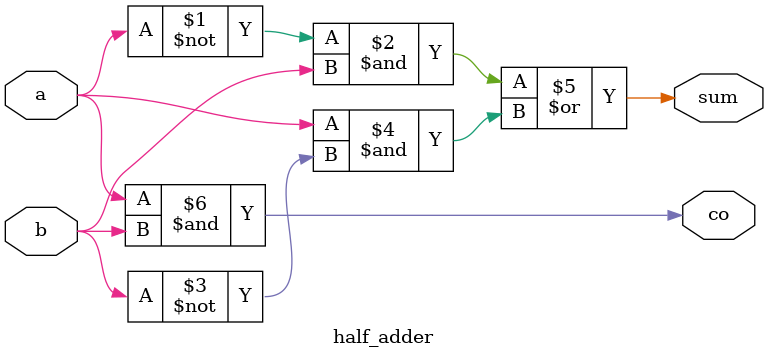
<source format=v>
`timescale 1ns / 1ps


module half_adder(
    input a,
    input b,
    output sum,
    output co
    );
    
    assign sum = (~a & b) | (a & ~b);
    
    assign co = (a & b);
endmodule

</source>
